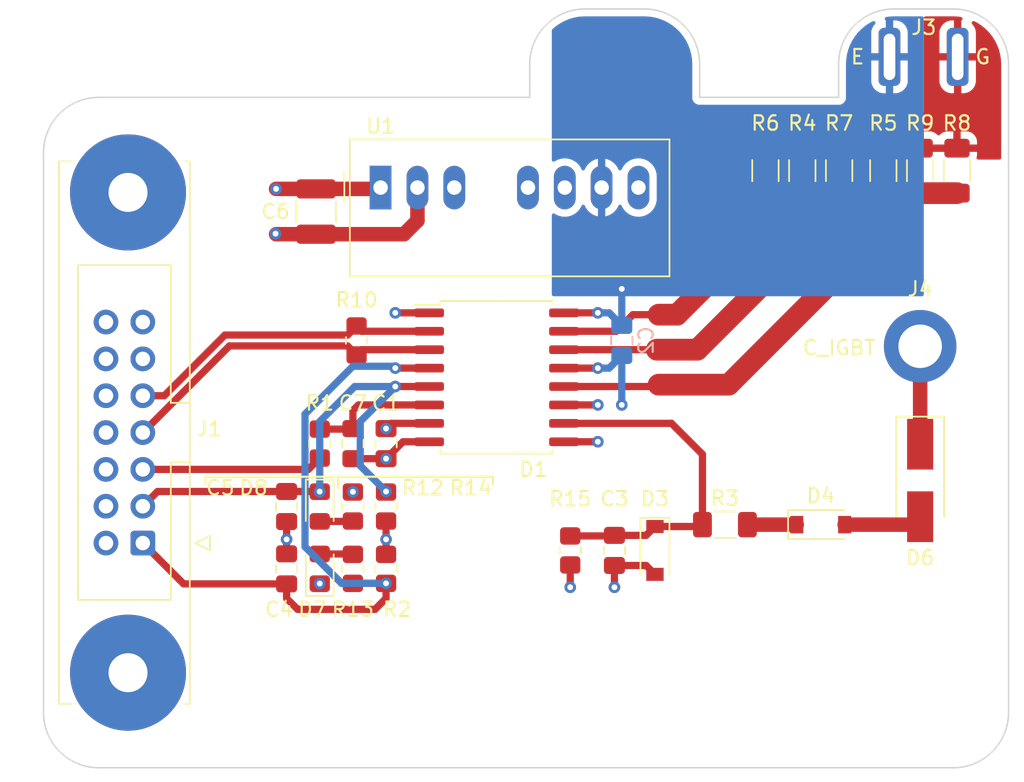
<source format=kicad_pcb>
(kicad_pcb (version 20211014) (generator pcbnew)
  (layers (0 "F.Cu" signal) (1 "In1.Cu" signal) (2 "In2.Cu" signal) (31 "B.Cu" signal) (34 "B.Paste" user) (35 "F.Paste" user) (36 "B.SilkS" user "B.Silkscreen") (37 "F.SilkS" user "F.Silkscreen") (38 "B.Mask" user) (39 "F.Mask" user) (44 "Edge.Cuts" user))
  (net 0 "")
  (net 1 "Desat")
  (net 2 "G_IGBT")
  (net 3 "GNDA")
  (net 4 "IN+")
  (net 5 "IN-")
  (net 6 "RDY")
  (net 7 "FLT")
  (net 8 "RST")
  (net 9 "Net-(D4-Pad2)")
  (net 10 "Net-(D1-Pad12)")
  (net 11 "Net-(D1-Pad14)")
  (net 12 "C_IGBT")
  (net 13 "+15V")
  (net 14 "Net-(D7-Pad2)")
  (net 15 "Net-(D8-Pad2)")
  (net 16 "VAA")
  (net 20 "E_IGBT")
  (net 21 "+5VD")
  (net 22 "Net-(C7-Pad2)")
  (net 23 "Net-(D4-Pad1)")
  (footprint "IGBT_Modul:IGBT_Gate" (layer "F.Cu") (at 108.204 52.07)
    (fp_text reference "J3" (at 10.668 -2.032 unlocked) (layer "F.SilkS"))
    (fp_text value "IGBT_Diode")
    (pad "3" thru_hole roundrect (at 8.3 0) (size 1.5 4) (drill oval 0.8 3.2) (layers *.Cu *.Mask) (net 20 "E_IGBT"))
    (pad "4" thru_hole roundrect (at 13 0) (size 1.5 4) (drill oval 0.8 3.2) (layers *.Cu *.Mask) (net 2 "G_IGBT"))
  )
  (footprint "Capacitor_SMD:C_0805_2012Metric_Pad1.18x1.45mm_HandSolder" (layer "F.Cu") (at 97.536 86.106 -90)
    (fp_text reference "C3" (at -3.556 0 180) (layer "F.SilkS"))
    (fp_text value "220p")
    (fp_line (start -0.261252 -0.735) (end 0.261252 -0.735) (layer "F.SilkS") (width 0.12))
    (fp_line (start -0.261252 0.735) (end 0.261252 0.735) (layer "F.SilkS") (width 0.12))
    (pad "1" smd roundrect (at -1.0375 0 270) (size 1.175 1.45) (layers "F.Cu" "F.Paste" "F.Mask") (roundrect_rratio 0.212766) (net 1 "Desat"))
    (pad "2" smd roundrect (at 1.0375 0 270) (size 1.175 1.45) (layers "F.Cu" "F.Paste" "F.Mask") (roundrect_rratio 0.212766) (net 20 "E_IGBT"))
  )
  (footprint "Resistor_SMD:R_1206_3216Metric_Pad1.30x1.75mm_HandSolder" (layer "F.Cu") (at 121.158 59.918 90)
    (fp_text reference "R8" (at 3.276 0 180) (layer "F.SilkS"))
    (fp_text value "3.9")
    (fp_line (start -0.727064 0.91) (end 0.727064 0.91) (layer "F.SilkS") (width 0.12))
    (fp_line (start -0.727064 -0.91) (end 0.727064 -0.91) (layer "F.SilkS") (width 0.12))
    (pad "1" smd roundrect (at -1.55 0 90) (size 1.3 1.75) (layers "F.Cu" "F.Paste" "F.Mask") (roundrect_rratio 0.192308) (net 10 "Net-(D1-Pad12)"))
    (pad "2" smd roundrect (at 1.55 0 90) (size 1.3 1.75) (layers "F.Cu" "F.Paste" "F.Mask") (roundrect_rratio 0.192308) (net 2 "G_IGBT"))
  )
  (footprint "Resistor_SMD:R_0805_2012Metric_Pad1.20x1.40mm_HandSolder" (layer "F.Cu") (at 79.502 87.376 90)
    (fp_text reference "R13" (at -2.794 0 180) (layer "F.SilkS"))
    (fp_text value "380")
    (fp_line (start -0.227064 0.735) (end 0.227064 0.735) (layer "F.SilkS") (width 0.12))
    (fp_line (start -0.227064 -0.735) (end 0.227064 -0.735) (layer "F.SilkS") (width 0.12))
    (pad "1" smd roundrect (at -1 0 90) (size 1.2 1.4) (layers "F.Cu" "F.Paste" "F.Mask") (roundrect_rratio 0.208333) (net 6 "RDY"))
    (pad "2" smd roundrect (at 1 0 90) (size 1.2 1.4) (layers "F.Cu" "F.Paste" "F.Mask") (roundrect_rratio 0.208333) (net 14 "Net-(D7-Pad2)"))
  )
  (footprint "Resistor_SMD:R_1206_3216Metric_Pad1.30x1.75mm_HandSolder" (layer "F.Cu") (at 113.03 59.918 90)
    (fp_text reference "R7" (at 3.276 0 180) (layer "F.SilkS"))
    (fp_text value "3.9")
    (fp_line (start -0.727064 -0.91) (end 0.727064 -0.91) (layer "F.SilkS") (width 0.12))
    (fp_line (start -0.727064 0.91) (end 0.727064 0.91) (layer "F.SilkS") (width 0.12))
    (pad "1" smd roundrect (at -1.55 0 90) (size 1.3 1.75) (layers "F.Cu" "F.Paste" "F.Mask") (roundrect_rratio 0.192308) (net 11 "Net-(D1-Pad14)"))
    (pad "2" smd roundrect (at 1.55 0 90) (size 1.3 1.75) (layers "F.Cu" "F.Paste" "F.Mask") (roundrect_rratio 0.192308) (net 2 "G_IGBT"))
  )
  (footprint "Resistor_SMD:R_0805_2012Metric_Pad1.20x1.40mm_HandSolder" (layer "F.Cu") (at 79.502 83.0795 -90)
    (fp_text reference "R14" (at -1.2915 -8.128 180) (layer "F.SilkS"))
    (fp_text value "500")
    (fp_line (start -0.227064 -0.735) (end 0.227064 -0.735) (layer "F.SilkS") (width 0.12))
    (fp_line (start -0.227064 0.735) (end 0.227064 0.735) (layer "F.SilkS") (width 0.12))
    (pad "1" smd roundrect (at -1 0 270) (size 1.2 1.4) (layers "F.Cu" "F.Paste" "F.Mask") (roundrect_rratio 0.208333) (net 21 "+5VD"))
    (pad "2" smd roundrect (at 1 0 270) (size 1.2 1.4) (layers "F.Cu" "F.Paste" "F.Mask") (roundrect_rratio 0.208333) (net 15 "Net-(D8-Pad2)"))
  )
  (footprint "Connector_IDC:IDC-Header_2x07-1MP_P2.54mm_Latch_Vertical" (layer "F.Cu") (at 65.0145 85.598 180)
    (fp_text reference "J1" (at -4.5815 7.874) (layer "F.SilkS"))
    (fp_text value "Conn_02x07_Odd_Even")
    (fp_line (start -4.63 -0.5) (end -4.63 0.5) (layer "F.SilkS") (width 0.12))
    (fp_line (start -4.63 0.5) (end -3.63 0) (layer "F.SilkS") (width 0.12))
    (fp_line (start -3.24 26.32) (end -2.87 26.32) (layer "F.SilkS") (width 0.12))
    (fp_line (start 4.91 -11.08) (end 5.78 -11.08) (layer "F.SilkS") (width 0.12))
    (fp_line (start -3.24 5.57) (end -1.93 5.57) (layer "F.SilkS") (width 0.12))
    (fp_line (start -3.63 0) (end -4.63 -0.5) (layer "F.SilkS") (width 0.12))
    (fp_line (start -1.93 -3.92) (end 4.47 -3.92) (layer "F.SilkS") (width 0.12))
    (fp_line (start -3.24 -11.08) (end -3.24 26.32) (layer "F.SilkS") (width 0.12))
    (fp_line (start -1.93 19.16) (end -1.93 9.67) (layer "F.SilkS") (width 0.12))
    (fp_line (start -2.87 -11.08) (end -3.24 -11.08) (layer "F.SilkS") (width 0.12))
    (fp_line (start -1.93 9.67) (end -1.93 9.67) (layer "F.SilkS") (width 0.12))
    (fp_line (start -1.93 5.57) (end -1.93 -3.92) (layer "F.SilkS") (width 0.12))
    (fp_line (start 4.47 -3.92) (end 4.47 19.16) (layer "F.SilkS") (width 0.12))
    (fp_line (start 5.78 -11.08) (end 5.78 26.32) (layer "F.SilkS") (width 0.12))
    (fp_line (start -1.93 9.67) (end -3.24 9.67) (layer "F.SilkS") (width 0.12))
    (fp_line (start 5.78 26.32) (end 4.91 26.32) (layer "F.SilkS") (width 0.12))
    (fp_line (start 4.47 19.16) (end -1.93 19.16) (layer "F.SilkS") (width 0.12))
    (pad "1" thru_hole roundrect (at 0 0 180) (size 1.7 1.7) (drill 1) (layers *.Cu *.Mask) (roundrect_rratio 0.147059) (net 6 "RDY"))
    (pad "2" thru_hole circle (at 2.54 0 180) (size 1.7 1.7) (drill 1) (layers *.Cu *.Mask) (net 3 "GNDA"))
    (pad "3" thru_hole circle (at 0 2.54 180) (size 1.7 1.7) (drill 1) (layers *.Cu *.Mask) (net 7 "FLT"))
    (pad "4" thru_hole circle (at 2.54 2.54 180) (size 1.7 1.7) (drill 1) (layers *.Cu *.Mask) (net 3 "GNDA"))
    (pad "5" thru_hole circle (at 0 5.08 180) (size 1.7 1.7) (drill 1) (layers *.Cu *.Mask) (net 8 "RST"))
    (pad "6" thru_hole circle (at 2.54 5.08 180) (size 1.7 1.7) (drill 1) (layers *.Cu *.Mask) (net 3 "GNDA"))
    (pad "7" thru_hole circle (at 0 7.62 180) (size 1.7 1.7) (drill 1) (layers *.Cu *.Mask) (net 5 "IN-"))
    (pad "8" thru_hole circle (at 2.54 7.62 180) (size 1.7 1.7) (drill 1) (layers *.Cu *.Mask) (net 3 "GNDA"))
    (pad "9" thru_hole circle (at 0 10.16 180) (size 1.7 1.7) (drill 1) (layers *.Cu *.Mask) (net 4 "IN+"))
    (pad "10" thru_hole circle (at 2.54 10.16 180) (size 1.7 1.7) (drill 1) (layers *.Cu *.Mask) (net 3 "GNDA"))
    (pad "11" thru_hole circle (at 0 12.7 180) (size 1.7 1.7) (drill 1) (layers *.Cu *.Mask) (net 21 "+5VD"))
    (pad "12" thru_hole circle (at 2.54 12.7 180) (size 1.7 1.7) (drill 1) (layers *.Cu *.Mask) (net 3 "GNDA"))
    (pad "13" thru_hole circle (at 0 15.24 180) (size 1.7 1.7) (drill 1) (layers *.Cu *.Mask) (net 16 "VAA"))
    (pad "14" thru_hole circle (at 2.54 15.24 180) (size 1.7 1.7) (drill 1) (layers *.Cu *.Mask) (net 3 "GNDA"))
    (pad "MP" thru_hole circle (at 1.02 24.18 180) (size 8 8) (drill 2.69) (layers *.Cu *.Mask))
    (pad "MP" thru_hole circle (at 1.02 -8.94 180) (size 8 8) (drill 2.69) (layers *.Cu *.Mask))
  )
  (footprint "Capacitor_SMD:C_1210_3225Metric_Pad1.33x2.70mm_HandSolder" (layer "F.Cu") (at 76.962 62.738 90)
    (fp_text reference "C6" (at 0 -2.794 180) (layer "F.SilkS"))
    (fp_text value "10u")
    (fp_line (start -0.711252 1.36) (end 0.711252 1.36) (layer "F.SilkS") (width 0.12))
    (fp_line (start -0.711252 -1.36) (end 0.711252 -1.36) (layer "F.SilkS") (width 0.12))
    (pad "1" smd roundrect (at -1.5625 0 90) (size 1.325 2.7) (layers "F.Cu" "F.Paste" "F.Mask") (roundrect_rratio 0.188679) (net 16 "VAA"))
    (pad "2" smd roundrect (at 1.5625 0 90) (size 1.325 2.7) (layers "F.Cu" "F.Paste" "F.Mask") (roundrect_rratio 0.188679) (net 3 "GNDA"))
  )
  (footprint "Connector Power:Wire" (layer "F.Cu") (at 118.618 65.931)
    (fp_text reference "J4" (at 0 2.141 unlocked) (layer "F.SilkS"))
    (fp_text value "Conn_01x01")
    (pad "1" thru_hole circle (at 0 6.096) (size 5 5) (drill 3) (layers *.Cu *.Mask) (net 12 "C_IGBT"))
  )
  (footprint "Capacitor_SMD:C_0805_2012Metric_Pad1.18x1.45mm_HandSolder" (layer "F.Cu") (at 79.502 78.74 90)
    (fp_text reference "C7" (at 2.794 0 180) (layer "F.SilkS"))
    (fp_text value "56p")
    (fp_line (start -0.261252 0.735) (end 0.261252 0.735) (layer "F.SilkS") (width 0.12))
    (fp_line (start -0.261252 -0.735) (end 0.261252 -0.735) (layer "F.SilkS") (width 0.12))
    (pad "1" smd roundrect (at -1.0375 0 90) (size 1.175 1.45) (layers "F.Cu" "F.Paste" "F.Mask") (roundrect_rratio 0.212766) (net 3 "GNDA"))
    (pad "2" smd roundrect (at 1.0375 0 90) (size 1.175 1.45) (layers "F.Cu" "F.Paste" "F.Mask") (roundrect_rratio 0.212766) (net 22 "Net-(C7-Pad2)"))
  )
  (footprint "LED_SMD:LED_0805_2012Metric_Pad1.15x1.40mm_HandSolder" (layer "F.Cu") (at 77.216 87.376 90)
    (fp_text reference "D7" (at -2.794 -0.508 180) (layer "F.SilkS"))
    (fp_text value "LED_Small")
    (fp_line (start -1.86 0.96) (end 1 0.96) (layer "F.SilkS") (width 0.12))
    (fp_line (start -1.86 -0.96) (end -1.86 0.96) (layer "F.SilkS") (width 0.12))
    (fp_line (start 1 -0.96) (end -1.86 -0.96) (layer "F.SilkS") (width 0.12))
    (pad "1" smd roundrect (at -1.025 0 90) (size 1.15 1.4) (layers "F.Cu" "F.Paste" "F.Mask") (roundrect_rratio 0.217391) (net 3 "GNDA"))
    (pad "2" smd roundrect (at 1.025 0 90) (size 1.15 1.4) (layers "F.Cu" "F.Paste" "F.Mask") (roundrect_rratio 0.217391) (net 14 "Net-(D7-Pad2)"))
  )
  (footprint "Resistor_SMD:R_1206_3216Metric_Pad1.30x1.75mm_HandSolder" (layer "F.Cu") (at 116.078 59.918 90)
    (fp_text reference "R5" (at 3.276 0 180) (layer "F.SilkS"))
    (fp_text value "3.9")
    (fp_line (start -0.727064 -0.91) (end 0.727064 -0.91) (layer "F.SilkS") (width 0.12))
    (fp_line (start -0.727064 0.91) (end 0.727064 0.91) (layer "F.SilkS") (width 0.12))
    (pad "1" smd roundrect (at -1.55 0 90) (size 1.3 1.75) (layers "F.Cu" "F.Paste" "F.Mask") (roundrect_rratio 0.192308) (net 10 "Net-(D1-Pad12)"))
    (pad "2" smd roundrect (at 1.55 0 90) (size 1.3 1.75) (layers "F.Cu" "F.Paste" "F.Mask") (roundrect_rratio 0.192308) (net 2 "G_IGBT"))
  )
  (footprint "Diode_SMD:D_SMA_Handsoldering" (layer "F.Cu") (at 118.618 81.28 -90)
    (fp_text reference "D6" (at 5.334 0 -180) (layer "F.SilkS"))
    (fp_text value "MURS360T3G")
    (fp_line (start -4.4 1.65) (end 2.5 1.65) (layer "F.SilkS") (width 0.12))
    (fp_line (start -4.4 -1.65) (end 2.5 -1.65) (layer "F.SilkS") (width 0.12))
    (fp_line (start -4.4 -1.65) (end -4.4 1.65) (layer "F.SilkS") (width 0.12))
    (pad "1" smd rect (at -2.5 0 270) (size 3.5 1.8) (layers "F.Cu" "F.Paste" "F.Mask") (net 12 "C_IGBT"))
    (pad "2" smd rect (at 2.5 0 270) (size 3.5 1.8) (layers "F.Cu" "F.Paste" "F.Mask") (net 9 "Net-(D4-Pad2)"))
  )
  (footprint "MountingHole:MountingHole_3.2mm_M3" (layer "F.Cu") (at 73.66 97.028)
    (fp_text reference "H3" hide)
    (fp_text value "MountingHole")
    (pad "" np_thru_hole circle (at 0 0) (size 3.2 3.2) (drill 3.2) (layers *.Cu *.Mask))
  )
  (footprint "Diode_SMD:D_SOD-123" (layer "F.Cu") (at 100.33 86.106 -90)
    (fp_text reference "D3" (at -3.556 0 180) (layer "F.SilkS"))
    (fp_text value "BZT52C10-7-F")
    (fp_line (start -2.25 -1) (end 1.65 -1) (layer "F.SilkS") (width 0.12))
    (fp_line (start -2.25 -1) (end -2.25 1) (layer "F.SilkS") (width 0.12))
    (fp_line (start -2.25 1) (end 1.65 1) (layer "F.SilkS") (width 0.12))
    (pad "1" smd rect (at -1.65 0 270) (size 0.9 1.2) (layers "F.Cu" "F.Paste" "F.Mask") (net 1 "Desat"))
    (pad "2" smd rect (at 1.65 0 270) (size 0.9 1.2) (layers "F.Cu" "F.Paste" "F.Mask") (net 20 "E_IGBT"))
  )
  (footprint "Resistor_SMD:R_0805_2012Metric_Pad1.20x1.40mm_HandSolder" (layer "F.Cu") (at 81.788 87.376 -90)
    (fp_text reference "R2" (at 2.794 -0.762 180) (layer "F.SilkS"))
    (fp_text value "120")
    (fp_line (start -0.227064 -0.735) (end 0.227064 -0.735) (layer "F.SilkS") (width 0.12))
    (fp_line (start -0.227064 0.735) (end 0.227064 0.735) (layer "F.SilkS") (width 0.12))
    (pad "1" smd roundrect (at -1 0 270) (size 1.2 1.4) (layers "F.Cu" "F.Paste" "F.Mask") (roundrect_rratio 0.208333) (net 21 "+5VD"))
    (pad "2" smd roundrect (at 1 0 270) (size 1.2 1.4) (layers "F.Cu" "F.Paste" "F.Mask") (roundrect_rratio 0.208333) (net 6 "RDY"))
  )
  (footprint "Capacitor_SMD:C_0805_2012Metric_Pad1.18x1.45mm_HandSolder" (layer "F.Cu") (at 81.788 78.74 90)
    (fp_text reference "C1" (at 2.794 0 180) (layer "F.SilkS"))
    (fp_text value "0.1u")
    (fp_line (start -0.261252 -0.735) (end 0.261252 -0.735) (layer "F.SilkS") (width 0.12))
    (fp_line (start -0.261252 0.735) (end 0.261252 0.735) (layer "F.SilkS") (width 0.12))
    (pad "1" smd roundrect (at -1.0375 0 90) (size 1.175 1.45) (layers "F.Cu" "F.Paste" "F.Mask") (roundrect_rratio 0.212766) (net 3 "GNDA"))
    (pad "2" smd roundrect (at 1.0375 0 90) (size 1.175 1.45) (layers "F.Cu" "F.Paste" "F.Mask") (roundrect_rratio 0.212766) (net 21 "+5VD"))
  )
  (footprint "Capacitor_SMD:C_0805_2012Metric_Pad1.18x1.45mm_HandSolder" (layer "F.Cu") (at 74.93 87.376 90)
    (fp_text reference "C4" (at -2.794 -0.508 180) (layer "F.SilkS"))
    (fp_text value "0.1u")
    (fp_line (start -0.261252 -0.735) (end 0.261252 -0.735) (layer "F.SilkS") (width 0.12))
    (fp_line (start -0.261252 0.735) (end 0.261252 0.735) (layer "F.SilkS") (width 0.12))
    (pad "1" smd roundrect (at -1.0375 0 90) (size 1.175 1.45) (layers "F.Cu" "F.Paste" "F.Mask") (roundrect_rratio 0.212766) (net 6 "RDY"))
    (pad "2" smd roundrect (at 1.0375 0 90) (size 1.175 1.45) (layers "F.Cu" "F.Paste" "F.Mask") (roundrect_rratio 0.212766) (net 3 "GNDA"))
  )
  (footprint "Resistor_SMD:R_0805_2012Metric_Pad1.20x1.40mm_HandSolder" (layer "F.Cu") (at 79.756 71.628 -90)
    (fp_text reference "R10" (at -2.794 0 180) (layer "F.SilkS"))
    (fp_text value "100")
    (fp_line (start -0.227064 0.735) (end 0.227064 0.735) (layer "F.SilkS") (width 0.12))
    (fp_line (start -0.227064 -0.735) (end 0.227064 -0.735) (layer "F.SilkS") (width 0.12))
    (pad "1" smd roundrect (at -1 0 270) (size 1.2 1.4) (layers "F.Cu" "F.Paste" "F.Mask") (roundrect_rratio 0.208333) (net 4 "IN+"))
    (pad "2" smd roundrect (at 1 0 270) (size 1.2 1.4) (layers "F.Cu" "F.Paste" "F.Mask") (roundrect_rratio 0.208333) (net 5 "IN-"))
  )
  (footprint "Capacitor_SMD:C_0805_2012Metric_Pad1.18x1.45mm_HandSolder" (layer "F.Cu") (at 74.93 83.0795 -90)
    (fp_text reference "C5" (at -1.2915 4.572 180) (layer "F.SilkS"))
    (fp_text value "0.1u")
    (fp_line (start -0.261252 -0.735) (end 0.261252 -0.735) (layer "F.SilkS") (width 0.12))
    (fp_line (start -0.261252 0.735) (end 0.261252 0.735) (layer "F.SilkS") (width 0.12))
    (pad "1" smd roundrect (at -1.0375 0 270) (size 1.175 1.45) (layers "F.Cu" "F.Paste" "F.Mask") (roundrect_rratio 0.212766) (net 7 "FLT"))
    (pad "2" smd roundrect (at 1.0375 0 270) (size 1.175 1.45) (layers "F.Cu" "F.Paste" "F.Mask") (roundrect_rratio 0.212766) (net 3 "GNDA"))
  )
  (footprint "Resistor_SMD:R_1206_3216Metric_Pad1.30x1.75mm_HandSolder" (layer "F.Cu") (at 110.49 59.918 90)
    (fp_text reference "R4" (at 3.276 0 180) (layer "F.SilkS"))
    (fp_text value "3.9")
    (fp_line (start -0.727064 0.91) (end 0.727064 0.91) (layer "F.SilkS") (width 0.12))
    (fp_line (start -0.727064 -0.91) (end 0.727064 -0.91) (layer "F.SilkS") (width 0.12))
    (pad "1" smd roundrect (at -1.55 0 90) (size 1.3 1.75) (layers "F.Cu" "F.Paste" "F.Mask") (roundrect_rratio 0.192308) (net 11 "Net-(D1-Pad14)"))
    (pad "2" smd roundrect (at 1.55 0 90) (size 1.3 1.75) (layers "F.Cu" "F.Paste" "F.Mask") (roundrect_rratio 0.192308) (net 2 "G_IGBT"))
  )
  (footprint "Converter_DCDC:Converter_DCDC_TRACO_TMR-xxxx_THT" (layer "F.Cu") (at 81.4125 61.084)
    (fp_text reference "U1" (at 0 -4.24) (layer "F.SilkS"))
    (fp_text value "TEC2-1213WI")
    (fp_line (start 19.92 6.12) (end -2.12 6.12) (layer "F.SilkS") (width 0.12))
    (fp_line (start 19.92 -3.32) (end 19.92 6.12) (layer "F.SilkS") (width 0.12))
    (fp_line (start -2.12 6.12) (end -2.12 -3.32) (layer "F.SilkS") (width 0.12))
    (fp_line (start -2.5 -1) (end -2.5 1) (layer "F.SilkS") (width 0.12))
    (fp_line (start -2.12 -3.32) (end 19.92 -3.32) (layer "F.SilkS") (width 0.12))
    (pad "1" thru_hole rect (at 0 0) (size 1.5 3) (drill 1) (layers *.Cu *.Mask) (net 3 "GNDA"))
    (pad "2" thru_hole oval (at 2.54 0) (size 1.5 3) (drill 1) (layers *.Cu *.Mask) (net 16 "VAA"))
    (pad "3" thru_hole oval (at 5.08 0) (size 1.5 3) (drill 1) (layers *.Cu *.Mask))
    (pad "5" thru_hole oval (at 10.16 0) (size 1.5 3) (drill 1) (layers *.Cu *.Mask))
    (pad "6" thru_hole oval (at 12.7 0) (size 1.5 3) (drill 1) (layers *.Cu *.Mask) (net 13 "+15V"))
    (pad "7" thru_hole oval (at 15.24 0) (size 1.5 3) (drill 1) (layers *.Cu *.Mask) (net 20 "E_IGBT"))
    (pad "8" thru_hole oval (at 17.78 0) (size 1.5 3) (drill 1) (layers *.Cu *.Mask))
  )
  (footprint "Package_SO:SOIC-16W_7.5x10.3mm_P1.27mm" (layer "F.Cu") (at 89.408 74.168)
    (fp_text reference "D1" (at 2.54 6.35) (layer "F.SilkS"))
    (fp_text value "ADUM4135")
    (fp_line (start -3.86 5.26) (end -3.86 5.005) (layer "F.SilkS") (width 0.12))
    (fp_line (start 3.86 -5.26) (end 3.86 -5.005) (layer "F.SilkS") (width 0.12))
    (fp_line (start -3.86 -5.005) (end -5.675 -5.005) (layer "F.SilkS") (width 0.12))
    (fp_line (start 3.86 5.26) (end 3.86 5.005) (layer "F.SilkS") (width 0.12))
    (fp_line (start 0 5.26) (end 3.86 5.26) (layer "F.SilkS") (width 0.12))
    (fp_line (start 0 5.26) (end -3.86 5.26) (layer "F.SilkS") (width 0.12))
    (fp_line (start -3.86 -5.26) (end -3.86 -5.005) (layer "F.SilkS") (width 0.12))
    (fp_line (start 0 -5.26) (end 3.86 -5.26) (layer "F.SilkS") (width 0.12))
    (fp_line (start 0 -5.26) (end -3.86 -5.26) (layer "F.SilkS") (width 0.12))
    (pad "1" smd roundrect (at -4.65 -4.445) (size 2.05 0.6) (layers "F.Cu" "F.Paste" "F.Mask") (net 3 "GNDA"))
    (pad "2" smd roundrect (at -4.65 -3.175) (size 2.05 0.6) (layers "F.Cu" "F.Paste" "F.Mask") (net 4 "IN+"))
    (pad "3" smd roundrect (at -4.65 -1.905) (size 2.05 0.6) (layers "F.Cu" "F.Paste" "F.Mask") (net 5 "IN-"))
    (pad "4" smd roundrect (at -4.65 -0.635) (size 2.05 0.6) (layers "F.Cu" "F.Paste" "F.Mask") (net 6 "RDY"))
    (pad "5" smd roundrect (at -4.65 0.635) (size 2.05 0.6) (layers "F.Cu" "F.Paste" "F.Mask") (net 7 "FLT"))
    (pad "6" smd roundrect (at -4.65 1.905) (size 2.05 0.6) (layers "F.Cu" "F.Paste" "F.Mask") (net 22 "Net-(C7-Pad2)"))
    (pad "7" smd roundrect (at -4.65 3.175) (size 2.05 0.6) (layers "F.Cu" "F.Paste" "F.Mask") (net 21 "+5VD"))
    (pad "8" smd roundrect (at -4.65 4.445) (size 2.05 0.6) (layers "F.Cu" "F.Paste" "F.Mask") (net 3 "GNDA"))
    (pad "9" smd roundrect (at 4.65 4.445) (size 2.05 0.6) (layers "F.Cu" "F.Paste" "F.Mask") (net 20 "E_IGBT"))
    (pad "10" smd roundrect (at 4.65 3.175) (size 2.05 0.6) (layers "F.Cu" "F.Paste" "F.Mask") (net 1 "Desat"))
    (pad "11" smd roundrect (at 4.65 1.905) (size 2.05 0.6) (layers "F.Cu" "F.Paste" "F.Mask") (net 20 "E_IGBT"))
    (pad "12" smd roundrect (at 4.65 0.635) (size 2.05 0.6) (layers "F.Cu" "F.Paste" "F.Mask") (net 10 "Net-(D1-Pad12)"))
    (pad "13" smd roundrect (at 4.65 -0.635) (size 2.05 0.6) (layers "F.Cu" "F.Paste" "F.Mask") (net 13 "+15V"))
    (pad "14" smd roundrect (at 4.65 -1.905) (size 2.05 0.6) (layers "F.Cu" "F.Paste" "F.Mask") (net 11 "Net-(D1-Pad14)"))
    (pad "15" smd roundrect (at 4.65 -3.175) (size 2.05 0.6) (layers "F.Cu" "F.Paste" "F.Mask") (net 2 "G_IGBT"))
    (pad "16" smd roundrect (at 4.65 -4.445) (size 2.05 0.6) (layers "F.Cu" "F.Paste" "F.Mask") (net 20 "E_IGBT"))
  )
  (footprint "Diode_SMD:D_SOD-123" (layer "F.Cu") (at 111.76 84.328)
    (fp_text reference "D4" (at 0 -2) (layer "F.SilkS"))
    (fp_text value "BZT52C10-7-F")
    (fp_line (start -2.25 -1) (end -2.25 1) (layer "F.SilkS") (width 0.12))
    (fp_line (start -2.25 1) (end 1.65 1) (layer "F.SilkS") (width 0.12))
    (fp_line (start -2.25 -1) (end 1.65 -1) (layer "F.SilkS") (width 0.12))
    (pad "1" smd rect (at -1.65 0) (size 0.9 1.2) (layers "F.Cu" "F.Paste" "F.Mask") (net 23 "Net-(D4-Pad1)"))
    (pad "2" smd rect (at 1.65 0) (size 0.9 1.2) (layers "F.Cu" "F.Paste" "F.Mask") (net 9 "Net-(D4-Pad2)"))
  )
  (footprint "Resistor_SMD:R_1206_3216Metric_Pad1.30x1.75mm_HandSolder" (layer "F.Cu") (at 118.618 59.918 90)
    (fp_text reference "R9" (at 3.276 0 180) (layer "F.SilkS"))
    (fp_text value "3.9")
    (fp_line (start -0.727064 -0.91) (end 0.727064 -0.91) (layer "F.SilkS") (width 0.12))
    (fp_line (start -0.727064 0.91) (end 0.727064 0.91) (layer "F.SilkS") (width 0.12))
    (pad "1" smd roundrect (at -1.55 0 90) (size 1.3 1.75) (layers "F.Cu" "F.Paste" "F.Mask") (roundrect_rratio 0.192308) (net 10 "Net-(D1-Pad12)"))
    (pad "2" smd roundrect (at 1.55 0 90) (size 1.3 1.75) (layers "F.Cu" "F.Paste" "F.Mask") (roundrect_rratio 0.192308) (net 2 "G_IGBT"))
  )
  (footprint "Resistor_SMD:R_1206_3216Metric_Pad1.30x1.75mm_HandSolder" (layer "F.Cu") (at 105.156 84.328)
    (fp_text reference "R3" (at 0 -1.82) (layer "F.SilkS"))
    (fp_text value "1.6k")
    (fp_line (start -0.727064 -0.91) (end 0.727064 -0.91) (layer "F.SilkS") (width 0.12))
    (fp_line (start -0.727064 0.91) (end 0.727064 0.91) (layer "F.SilkS") (width 0.12))
    (pad "1" smd roundrect (at -1.55 0) (size 1.3 1.75) (layers "F.Cu" "F.Paste" "F.Mask") (roundrect_rratio 0.192308) (net 1 "Desat"))
    (pad "2" smd roundrect (at 1.55 0) (size 1.3 1.75) (layers "F.Cu" "F.Paste" "F.Mask") (roundrect_rratio 0.192308) (net 23 "Net-(D4-Pad1)"))
  )
  (footprint "Resistor_SMD:R_0805_2012Metric_Pad1.20x1.40mm_HandSolder" (layer "F.Cu") (at 94.488 86.106 -90)
    (fp_text reference "R15" (at -3.556 0 180) (layer "F.SilkS"))
    (fp_text value "2.2k")
    (fp_line (start -0.227064 -0.735) (end 0.227064 -0.735) (layer "F.SilkS") (width 0.12))
    (fp_line (start -0.227064 0.735) (end 0.227064 0.735) (layer "F.SilkS") (width 0.12))
    (pad "1" smd roundrect (at -1 0 270) (size 1.2 1.4) (layers "F.Cu" "F.Paste" "F.Mask") (roundrect_rratio 0.208333) (net 1 "Desat"))
    (pad "2" smd roundrect (at 1 0 270) (size 1.2 1.4) (layers "F.Cu" "F.Paste" "F.Mask") (roundrect_rratio 0.208333) (net 13 "+15V"))
  )
  (footprint "LED_SMD:LED_0805_2012Metric_Pad1.15x1.40mm_HandSolder" (layer "F.Cu") (at 77.216 83.0795 -90)
    (fp_text reference "D8" (at -1.2915 4.572 180) (layer "F.SilkS"))
    (fp_text value "LED_Small")
    (fp_line (start 1 -0.96) (end -1.86 -0.96) (layer "F.SilkS") (width 0.12))
    (fp_line (start -1.86 0.96) (end 1 0.96) (layer "F.SilkS") (width 0.12))
    (fp_line (start -1.86 -0.96) (end -1.86 0.96) (layer "F.SilkS") (width 0.12))
    (pad "1" smd roundrect (at -1.025 0 270) (size 1.15 1.4) (layers "F.Cu" "F.Paste" "F.Mask") (roundrect_rratio 0.217391) (net 7 "FLT"))
    (pad "2" smd roundrect (at 1.025 0 270) (size 1.15 1.4) (layers "F.Cu" "F.Paste" "F.Mask") (roundrect_rratio 0.217391) (net 15 "Net-(D8-Pad2)"))
  )
  (footprint "MountingHole:MountingHole_3.2mm_M3" (layer "F.Cu") (at 120.65 97.028)
    (fp_text reference "H1" hide)
    (fp_text value "MountingHole")
    (pad "" np_thru_hole circle (at 0 0) (size 3.2 3.2) (drill 3.2) (layers *.Cu *.Mask))
  )
  (footprint "Resistor_SMD:R_1206_3216Metric_Pad1.30x1.75mm_HandSolder" (layer "F.Cu") (at 107.95 59.918 90)
    (fp_text reference "R6" (at 3.276 0 180) (layer "F.SilkS"))
    (fp_text value "3.9")
    (fp_line (start -0.727064 0.91) (end 0.727064 0.91) (layer "F.SilkS") (width 0.12))
    (fp_line (start -0.727064 -0.91) (end 0.727064 -0.91) (layer "F.SilkS") (width 0.12))
    (pad "1" smd roundrect (at -1.55 0 90) (size 1.3 1.75) (layers "F.Cu" "F.Paste" "F.Mask") (roundrect_rratio 0.192308) (net 11 "Net-(D1-Pad14)"))
    (pad "2" smd roundrect (at 1.55 0 90) (size 1.3 1.75) (layers "F.Cu" "F.Paste" "F.Mask") (roundrect_rratio 0.192308) (net 2 "G_IGBT"))
  )
  (footprint "Resistor_SMD:R_0805_2012Metric_Pad1.20x1.40mm_HandSolder" (layer "F.Cu") (at 77.216 78.74 90)
    (fp_text reference "R1" (at 2.794 0 180) (layer "F.SilkS"))
    (fp_text value "120")
    (fp_line (start -0.227064 0.735) (end 0.227064 0.735) (layer "F.SilkS") (width 0.12))
    (fp_line (start -0.227064 -0.735) (end 0.227064 -0.735) (layer "F.SilkS") (width 0.12))
    (pad "1" smd roundrect (at -1 0 90) (size 1.2 1.4) (layers "F.Cu" "F.Paste" "F.Mask") (roundrect_rratio 0.208333) (net 8 "RST"))
    (pad "2" smd roundrect (at 1 0 90) (size 1.2 1.4) (layers "F.Cu" "F.Paste" "F.Mask") (roundrect_rratio 0.208333) (net 22 "Net-(C7-Pad2)"))
  )
  (footprint "Resistor_SMD:R_0805_2012Metric_Pad1.20x1.40mm_HandSolder" (layer "F.Cu") (at 81.788 83.0795 90)
    (fp_text reference "R12" (at 1.2915 2.54 180) (layer "F.SilkS"))
    (fp_text value "10k")
    (fp_line (start -0.227064 0.735) (end 0.227064 0.735) (layer "F.SilkS") (width 0.12))
    (fp_line (start -0.227064 -0.735) (end 0.227064 -0.735) (layer "F.SilkS") (width 0.12))
    (pad "1" smd roundrect (at -1 0 90) (size 1.2 1.4) (layers "F.Cu" "F.Paste" "F.Mask") (roundrect_rratio 0.208333) (net 21 "+5VD"))
    (pad "2" smd roundrect (at 1 0 90) (size 1.2 1.4) (layers "F.Cu" "F.Paste" "F.Mask") (roundrect_rratio 0.208333) (net 7 "FLT"))
  )
  (footprint "Capacitor_SMD:C_0805_2012Metric_Pad1.18x1.45mm_HandSolder" (layer "B.Cu") (at 98.044 71.628 90)
    (fp_text reference "C2" (at 0 1.68 90) (layer "B.SilkS") (effects (justify mirror)))
    (fp_text value "0.1u")
    (fp_line (start -0.261252 0.735) (end 0.261252 0.735) (layer "B.SilkS") (width 0.12))
    (fp_line (start -0.261252 -0.735) (end 0.261252 -0.735) (layer "B.SilkS") (width 0.12))
    (pad "1" smd roundrect (at -1.0375 0 90) (size 1.175 1.45) (layers "B.Cu" "B.Paste" "B.Mask") (roundrect_rratio 0.212766) (net 13 "+15V"))
    (pad "2" smd roundrect (at 1.0375 0 90) (size 1.175 1.45) (layers "B.Cu" "B.Paste" "B.Mask") (roundrect_rratio 0.212766) (net 20 "E_IGBT"))
  )
  (gr_line (start 78.486 81.788) (end 78.486 81.026) (layer "F.SilkS") (width 0.15))
  (gr_line (start 89.154 81.026) (end 89.154 81.534) (layer "F.SilkS") (width 0.15))
  (gr_line (start 78.232 81.026) (end 69.342 81.026) (layer "F.SilkS") (width 0.15))
  (gr_line (start 69.342 81.026) (end 69.342 81.534) (layer "F.SilkS") (width 0.15))
  (gr_line (start 78.486 81.026) (end 89.154 81.026) (layer "F.SilkS") (width 0.15))
  (gr_arc (start 58.166 58.674) (mid 59.281923 55.979923) (end 61.976 54.864) (layer "Edge.Cuts") (width 0.1))
  (gr_arc (start 120.904 48.768) (mid 123.598077 49.883923) (end 124.714 52.578) (layer "Edge.Cuts") (width 0.1))
  (gr_arc (start 124.714 97.282) (mid 123.598077 99.976077) (end 120.904 101.092) (layer "Edge.Cuts") (width 0.1))
  (gr_line (start 58.166 58.674) (end 58.166 97.282) (layer "Edge.Cuts") (width 0.1))
  (gr_line (start 112.994 52.578) (end 112.994 54.864) (layer "Edge.Cuts") (width 0.1))
  (gr_arc (start 112.994 52.578) (mid 114.109923 49.883923) (end 116.804 48.768) (layer "Edge.Cuts") (width 0.1))
  (gr_line (start 91.694 52.578) (end 91.694 53.848) (layer "Edge.Cuts") (width 0.1))
  (gr_line (start 103.414 54.864) (end 112.994 54.864) (layer "Edge.Cuts") (width 0.1))
  (gr_arc (start 99.604 48.768) (mid 102.298077 49.883923) (end 103.414 52.578) (layer "Edge.Cuts") (width 0.1))
  (gr_line (start 91.694 54.864) (end 91.694 53.848) (layer "Edge.Cuts") (width 0.1))
  (gr_line (start 95.504 48.768) (end 99.604 48.768) (layer "Edge.Cuts") (width 0.1))
  (gr_arc (start 91.694 52.578) (mid 92.809923 49.883923) (end 95.504 48.768) (layer "Edge.Cuts") (width 0.1))
  (gr_arc (start 61.976 101.092) (mid 59.281923 99.976077) (end 58.166 97.282) (layer "Edge.Cuts") (width 0.1))
  (gr_line (start 103.414 52.578) (end 103.414 54.864) (layer "Edge.Cuts") (width 0.1))
  (gr_line (start 61.976 101.092) (end 120.904 101.092) (layer "Edge.Cuts") (width 0.1))
  (gr_line (start 116.804 48.768) (end 120.904 48.768) (layer "Edge.Cuts") (width 0.1))
  (gr_line (start 124.714 52.578) (end 124.714 97.282) (layer "Edge.Cuts") (width 0.1))
  (gr_line (start 61.976 54.864) (end 91.694 54.864) (layer "Edge.Cuts") (width 0.1))
  (gr_text "E" (at 114.3 52.07) (layer "F.SilkS") (effects (font (size 1 1))))
  (gr_text "C_IGBT" (at 113.03 72.136) (layer "F.SilkS") (effects (font (size 1 1))))
  (gr_text "G\n" (at 122.936 52.07) (layer "F.SilkS") (effects (font (size 1 1))))
  (segment (start 97.4985 85.106) (end 97.536 85.0685) (width 0.5) (layer "F.Cu") (net 1))
  (segment (start 103.606 79.476) (end 101.473 77.343) (width 0.5) (layer "F.Cu") (net 1))
  (segment (start 100.33 84.456) (end 103.478 84.456) (width 0.5) (layer "F.Cu") (net 1))
  (segment (start 99.7175 85.0685) (end 100.33 84.456) (width 0.5) (layer "F.Cu") (net 1))
  (segment (start 97.536 85.0685) (end 99.7175 85.0685) (width 0.5) (layer "F.Cu") (net 1))
  (segment (start 103.606 84.328) (end 103.606 79.476) (width 0.5) (layer "F.Cu") (net 1))
  (segment (start 94.488 85.106) (end 97.4985 85.106) (width 0.5) (layer "F.Cu") (net 1))
  (segment (start 103.478 84.456) (end 103.606 84.328) (width 0.5) (layer "F.Cu") (net 1))
  (segment (start 94.058 77.343) (end 101.473 77.343) (width 0.5) (layer "F.Cu") (net 1))
  (segment (start 94.058 70.993) (end 97.663 70.993) (width 0.5) (layer "F.Cu") (net 2))
  (segment (start 107.95 58.368) (end 105.436 58.368) (width 1.5) (layer "F.Cu") (net 2))
  (segment (start 101.854 69.85) (end 100.584 69.85) (width 1.5) (layer "F.Cu") (net 2))
  (segment (start 100.584 69.85) (end 98.806 69.85) (width 0.5) (layer "F.Cu") (net 2))
  (segment (start 104.14 67.564) (end 101.854 69.85) (width 1.5) (layer "F.Cu") (net 2))
  (segment (start 104.14 59.664) (end 104.14 67.564) (width 1.5) (layer "F.Cu") (net 2))
  (segment (start 98.806 69.85) (end 97.663 70.993) (width 0.5) (layer "F.Cu") (net 2))
  (segment (start 105.436 58.368) (end 104.14 59.664) (width 1.5) (layer "F.Cu") (net 2))
  (segment (start 76.962 61.1755) (end 81.321 61.1755) (width 1) (layer "F.Cu") (net 3))
  (segment (start 81.321 61.1755) (end 81.4125 61.084) (width 1) (layer "F.Cu") (net 3))
  (segment (start 74.93 85.344) (end 74.93 86.3385) (width 0.5) (layer "F.Cu") (net 3))
  (segment (start 84.758 69.723) (end 82.423 69.723) (width 0.5) (layer "F.Cu") (net 3))
  (segment (start 74.93 84.117) (end 74.93 85.344) (width 0.5) (layer "F.Cu") (net 3))
  (segment (start 84.758 78.613) (end 82.9525 78.613) (width 0.5) (layer "F.Cu") (net 3))
  (segment (start 82.9525 78.613) (end 81.788 79.7775) (width 0.5) (layer "F.Cu") (net 3))
  (segment (start 76.962 61.1755) (end 74.2065 61.1755) (width 1) (layer "F.Cu") (net 3))
  (segment (start 79.502 79.7775) (end 81.788 79.7775) (width 0.5) (layer "F.Cu") (net 3))
  (via (at 77.216 88.392) (size 0.8) (drill 0.4) (layers "F.Cu" "B.Cu") (net 3))
  (via (at 74.2065 61.1755) (size 0.8) (drill 0.4) (layers "F.Cu" "B.Cu") (net 3))
  (via (at 81.788 79.7775) (size 0.8) (drill 0.4) (layers "F.Cu" "B.Cu") (net 3))
  (via (at 82.423 69.723) (size 0.8) (drill 0.4) (layers "F.Cu" "B.Cu") (net 3))
  (via (at 74.93 85.344) (size 0.8) (drill 0.4) (layers "F.Cu" "B.Cu") (net 3))
  (segment (start 79.756 70.628) (end 79.131001 71.252999) (width 0.5) (layer "F.Cu") (net 4))
  (segment (start 66.493839 75.438) (end 65.0145 75.438) (width 0.5) (layer "F.Cu") (net 4))
  (segment (start 79.131001 71.252999) (end 70.67884 71.252999) (width 0.5) (layer "F.Cu") (net 4))
  (segment (start 70.67884 71.252999) (end 66.493839 75.438) (width 0.5) (layer "F.Cu") (net 4))
  (segment (start 84.758 70.993) (end 80.121 70.993) (width 0.5) (layer "F.Cu") (net 4))
  (segment (start 80.121 70.993) (end 79.756 70.628) (width 0.5) (layer "F.Cu") (net 4))
  (segment (start 84.758 72.263) (end 80.121 72.263) (width 0.5) (layer "F.Cu") (net 5))
  (segment (start 79.756 72.628) (end 79.131001 72.003001) (width 0.5) (layer "F.Cu") (net 5))
  (segment (start 80.121 72.263) (end 79.756 72.628) (width 0.5) (layer "F.Cu") (net 5))
  (segment (start 79.131001 72.003001) (end 70.989499 72.003001) (width 0.5) (layer "F.Cu") (net 5))
  (segment (start 70.989499 72.003001) (end 65.0145 77.978) (width 0.5) (layer "F.Cu") (net 5))
  (segment (start 81.788 89.408) (end 81.788 88.376) (width 0.5) (layer "F.Cu") (net 6))
  (segment (start 74.93 89.408) (end 75.692 90.17) (width 0.5) (layer "F.Cu") (net 6))
  (segment (start 74.93 88.4135) (end 74.93 89.408) (width 0.5) (layer "F.Cu") (net 6))
  (segment (start 79.502 88.376) (end 81.788 88.376) (width 0.5) (layer "F.Cu") (net 6))
  (segment (start 81.026 90.17) (end 81.788 89.408) (width 0.5) (layer "F.Cu") (net 6))
  (segment (start 74.93 88.4135) (end 67.83 88.4135) (width 0.5) (layer "F.Cu") (net 6))
  (segment (start 67.83 88.4135) (end 65.0145 85.598) (width 0.5) (layer "F.Cu") (net 6))
  (segment (start 84.758 73.533) (end 82.423 73.533) (width 0.5) (layer "F.Cu") (net 6))
  (segment (start 75.692 90.17) (end 81.026 90.17) (width 0.5) (layer "F.Cu") (net 6))
  (via (at 82.423 73.533) (size 0.8) (drill 0.4) (layers "F.Cu" "B.Cu") (net 6))
  (via (at 81.788 88.376) (size 0.8) (drill 0.4) (layers "F.Cu" "B.Cu") (net 6))
  (segment (start 78.724 88.376) (end 76.2 85.852) (width 0.5) (layer "B.Cu") (net 6))
  (segment (start 76.2 85.852) (end 76.2 76.708) (width 0.5) (layer "B.Cu") (net 6))
  (segment (start 76.2 76.708) (end 79.502 73.406) (width 0.5) (layer "B.Cu") (net 6))
  (segment (start 79.502 73.406) (end 82.296 73.406) (width 0.5) (layer "B.Cu") (net 6))
  (segment (start 82.296 73.406) (end 82.423 73.533) (width 0.5) (layer "B.Cu") (net 6))
  (segment (start 81.788 88.376) (end 78.724 88.376) (width 0.5) (layer "B.Cu") (net 6))
  (segment (start 84.758 74.803) (end 82.423 74.803) (width 0.5) (layer "F.Cu") (net 7))
  (segment (start 77.2035 82.042) (end 77.20975 82.04825) (width 0.5) (layer "F.Cu") (net 7))
  (segment (start 66.0305 82.042) (end 65.0145 83.058) (width 0.5) (layer "F.Cu") (net 7))
  (segment (start 77.20975 82.04825) (end 77.216 82.0545) (width 0.5) (layer "F.Cu") (net 7))
  (segment (start 74.93 82.042) (end 77.2035 82.042) (width 0.5) (layer "F.Cu") (net 7))
  (segment (start 74.93 82.042) (end 66.0305 82.042) (width 0.5) (layer "F.Cu") (net 7))
  (via (at 81.788 82.042) (size 0.8) (drill 0.4) (layers "F.Cu" "B.Cu") (net 7))
  (via (at 82.423 74.803) (size 0.8) (drill 0.4) (layers "F.Cu" "B.Cu") (net 7))
  (via (at 77.20975 82.04825) (size 0.8) (drill 0.4) (layers "F.Cu" "B.Cu") (net 7))
  (segment (start 77.216 77.216) (end 79.629 74.803) (width 0.5) (layer "B.Cu") (net 7))
  (segment (start 80.01 77.216) (end 82.423 74.803) (width 0.5) (layer "B.Cu") (net 7))
  (segment (start 80.01 80.264) (end 80.01 77.216) (width 0.5) (layer "B.Cu") (net 7))
  (segment (start 77.20975 82.04825) (end 77.216 82.042) (width 0.5) (layer "B.Cu") (net 7))
  (segment (start 79.629 74.803) (end 82.423 74.803) (width 0.5) (layer "B.Cu") (net 7))
  (segment (start 77.216 82.042) (end 77.216 77.216) (width 0.5) (layer "B.Cu") (net 7))
  (segment (start 81.788 82.042) (end 80.01 80.264) (width 0.5) (layer "B.Cu") (net 7))
  (segment (start 76.438 80.518) (end 77.216 79.74) (width 0.5) (layer "F.Cu") (net 8))
  (segment (start 65.0145 80.518) (end 76.438 80.518) (width 0.5) (layer "F.Cu") (net 8))
  (segment (start 113.41 84.328) (end 118.07 84.328) (width 1) (layer "F.Cu") (net 9))
  (segment (start 118.07 84.328) (end 118.618 83.78) (width 1) (layer "F.Cu") (net 9))
  (segment (start 116.078 61.468) (end 116.078 64.008) (width 1.5) (layer "F.Cu") (net 10))
  (segment (start 116.078 64.008) (end 105.41 74.676) (width 1.5) (layer "F.Cu") (net 10))
  (segment (start 116.078 61.468) (end 118.618 61.468) (width 1.5) (layer "F.Cu") (net 10))
  (segment (start 121.158 61.468) (end 118.618 61.468) (width 1.5) (layer "F.Cu") (net 10))
  (segment (start 105.41 74.676) (end 105.156 74.676) (width 1.5) (layer "F.Cu") (net 10))
  (segment (start 105.156 74.676) (end 100.584 74.676) (width 1.5) (layer "F.Cu") (net 10))
  (segment (start 100.457 74.803) (end 100.584 74.676) (width 0.5) (layer "F.Cu") (net 10))
  (segment (start 94.058 74.803) (end 100.457 74.803) (width 0.5) (layer "F.Cu") (net 10))
  (segment (start 103.251 72.263) (end 100.457 72.263) (width 1.5) (layer "F.Cu") (net 11))
  (segment (start 110.49 61.468) (end 110.49 65.024) (width 1.5) (layer "F.Cu") (net 11))
  (segment (start 110.49 61.468) (end 107.95 61.468) (width 1.5) (layer "F.Cu") (net 11))
  (segment (start 94.058 72.263) (end 100.457 72.263) (width 0.5) (layer "F.Cu") (net 11))
  (segment (start 110.49 65.024) (end 103.251 72.263) (width 1.5) (layer "F.Cu") (net 11))
  (segment (start 113.03 61.468) (end 110.49 61.468) (width 1.5) (layer "F.Cu") (net 11))
  (segment (start 118.618 78.78) (end 118.618 72.027) (width 1) (layer "F.Cu") (net 12))
  (segment (start 94.058 73.533) (end 96.393 73.533) (width 0.5) (layer "F.Cu") (net 13))
  (segment (start 94.488 87.106) (end 94.488 88.646) (width 0.5) (layer "F.Cu") (net 13))
  (via (at 94.488 88.646) (size 0.8) (drill 0.4) (layers "F.Cu" "B.Cu") (net 13))
  (via (at 98.044 76.073) (size 0.8) (drill 0.4) (layers "F.Cu" "B.Cu") (net 13))
  (via (at 96.393 73.533) (size 0.8) (drill 0.4) (layers "F.Cu" "B.Cu") (net 13))
  (segment (start 98.044 72.6655) (end 98.044 76.073) (width 0.5) (layer "B.Cu") (net 13))
  (segment (start 96.393 73.533) (end 97.1765 73.533) (width 0.5) (layer "B.Cu") (net 13))
  (segment (start 97.1765 73.533) (end 98.044 72.6655) (width 0.5) (layer "B.Cu") (net 13))
  (segment (start 79.477 86.351) (end 79.502 86.376) (width 0.5) (layer "F.Cu") (net 14))
  (segment (start 77.216 86.351) (end 79.477 86.351) (width 0.5) (layer "F.Cu") (net 14))
  (segment (start 77.216 84.1045) (end 79.477 84.1045) (width 0.5) (layer "F.Cu") (net 15))
  (segment (start 79.477 84.1045) (end 79.502 84.0795) (width 0.5) (layer "F.Cu") (net 15))
  (segment (start 83.0195 64.3005) (end 83.9525 63.3675) (width 1) (layer "F.Cu") (net 16))
  (segment (start 83.9525 63.3675) (end 83.9525 61.084) (width 1) (layer "F.Cu") (net 16))
  (segment (start 76.962 64.3005) (end 74.2065 64.3005) (width 1) (layer "F.Cu") (net 16))
  (segment (start 76.962 64.3005) (end 83.0195 64.3005) (width 1) (layer "F.Cu") (net 16))
  (via (at 74.168 64.262) (size 0.8) (drill 0.4) (layers "F.Cu" "B.Cu") (net 16))
  (segment (start 97.536 87.1435) (end 99.7175 87.1435) (width 0.5) (layer "F.Cu") (net 20))
  (segment (start 94.058 78.613) (end 96.393 78.613) (width 0.5) (layer "F.Cu") (net 20))
  (segment (start 94.058 76.073) (end 96.393 76.073) (width 0.5) (layer "F.Cu") (net 20))
  (segment (start 94.058 69.723) (end 96.393 69.723) (width 0.5) (layer "F.Cu") (net 20))
  (segment (start 99.7175 87.1435) (end 100.33 87.756) (width 0.5) (layer "F.Cu") (net 20))
  (segment (start 97.536 87.1435) (end 97.536 88.646) (width 0.5) (layer "F.Cu") (net 20))
  (via (at 96.393 76.073) (size 0.8) (drill 0.4) (layers "F.Cu" "B.Cu") (net 20))
  (via (at 96.393 69.723) (size 0.8) (drill 0.4) (layers "F.Cu" "B.Cu") (net 20))
  (via (at 97.536 88.646) (size 0.8) (drill 0.4) (layers "F.Cu" "B.Cu") (net 20))
  (via (at 96.393 78.613) (size 0.8) (drill 0.4) (layers "F.Cu" "B.Cu") (net 20))
  (via (at 98.044 68.072) (size 0.8) (drill 0.4) (layers "F.Cu" "B.Cu") (net 20))
  (segment (start 96.393 69.723) (end 97.1765 69.723) (width 0.5) (layer "B.Cu") (net 20))
  (segment (start 98.044 70.5905) (end 98.044 68.072) (width 0.5) (layer "B.Cu") (net 20))
  (segment (start 97.1765 69.723) (end 98.044 70.5905) (width 0.5) (layer "B.Cu") (net 20))
  (segment (start 82.1475 77.343) (end 81.788 77.7025) (width 0.5) (layer "F.Cu") (net 21))
  (segment (start 84.758 77.343) (end 82.1475 77.343) (width 0.5) (layer "F.Cu") (net 21))
  (segment (start 81.788 84.0795) (end 81.788 85.344) (width 0.5) (layer "F.Cu") (net 21))
  (segment (start 81.788 85.344) (end 81.788 86.376) (width 0.5) (layer "F.Cu") (net 21))
  (via (at 79.502 82.0635) (size 0.8) (drill 0.4) (layers "F.Cu" "B.Cu") (net 21))
  (via (at 81.788 85.344) (size 0.8) (drill 0.4) (layers "F.Cu" "B.Cu") (net 21))
  (via (at 81.788 77.7025) (size 0.8) (drill 0.4) (layers "F.Cu" "B.Cu") (net 21))
  (segment (start 79.883 76.073) (end 79.502 76.454) (width 0.5) (layer "F.Cu") (net 22))
  (segment (start 79.4645 77.74) (end 79.502 77.7025) (width 0.5) (layer "F.Cu") (net 22))
  (segment (start 77.216 77.74) (end 79.4645 77.74) (width 0.5) (layer "F.Cu") (net 22))
  (segment (start 84.758 76.073) (end 79.883 76.073) (width 0.5) (layer "F.Cu") (net 22))
  (segment (start 79.502 76.454) (end 79.502 77.7025) (width 0.5) (layer "F.Cu") (net 22))
  (segment (start 110.11 84.328) (end 106.706 84.328) (width 1) (layer "F.Cu") (net 23))
  (zone (net 2) (net_name "G_IGBT") (layer "F.Cu") (connect_pads (clearance 0.508)) (min_thickness 0.254) (fill yes (thermal_gap 0.508) (thermal_bridge_width 0.508))
    (polygon (pts (xy 124.46 59.156) (xy 106.68 59.156) (xy 106.68 55.854) (xy 118.872 55.854) (xy 118.872 48.996) (xy 124.46 48.996)))
  )
  (zone (net 20) (net_name "E_IGBT") (layer "B.Cu") (connect_pads (clearance 0.508)) (min_thickness 0.254) (fill yes (thermal_gap 0.508) (thermal_bridge_width 0.508))
    (polygon (pts (xy 118.872 68.58) (xy 93.218 68.58) (xy 93.218 49.022) (xy 118.872 49.022)))
  )
)
</source>
